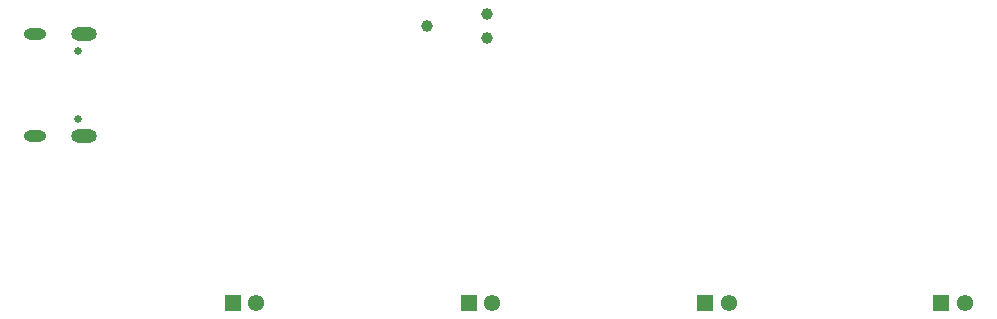
<source format=gbr>
%TF.GenerationSoftware,KiCad,Pcbnew,7.0.2*%
%TF.CreationDate,2023-06-23T11:00:41+02:00*%
%TF.ProjectId,DA_01_0V2_Smart_Battery_Charger,44415f30-315f-4305-9632-5f536d617274,rev?*%
%TF.SameCoordinates,Original*%
%TF.FileFunction,Soldermask,Bot*%
%TF.FilePolarity,Negative*%
%FSLAX46Y46*%
G04 Gerber Fmt 4.6, Leading zero omitted, Abs format (unit mm)*
G04 Created by KiCad (PCBNEW 7.0.2) date 2023-06-23 11:00:41*
%MOMM*%
%LPD*%
G01*
G04 APERTURE LIST*
G04 Aperture macros list*
%AMRoundRect*
0 Rectangle with rounded corners*
0 $1 Rounding radius*
0 $2 $3 $4 $5 $6 $7 $8 $9 X,Y pos of 4 corners*
0 Add a 4 corners polygon primitive as box body*
4,1,4,$2,$3,$4,$5,$6,$7,$8,$9,$2,$3,0*
0 Add four circle primitives for the rounded corners*
1,1,$1+$1,$2,$3*
1,1,$1+$1,$4,$5*
1,1,$1+$1,$6,$7*
1,1,$1+$1,$8,$9*
0 Add four rect primitives between the rounded corners*
20,1,$1+$1,$2,$3,$4,$5,0*
20,1,$1+$1,$4,$5,$6,$7,0*
20,1,$1+$1,$6,$7,$8,$9,0*
20,1,$1+$1,$8,$9,$2,$3,0*%
G04 Aperture macros list end*
%ADD10C,0.991000*%
%ADD11RoundRect,0.038000X-0.654000X-0.654000X0.654000X-0.654000X0.654000X0.654000X-0.654000X0.654000X0*%
%ADD12C,1.384000*%
%ADD13C,0.650000*%
%ADD14O,2.176000X1.126000*%
%ADD15O,1.876000X0.976000*%
G04 APERTURE END LIST*
D10*
%TO.C,J2*%
X135460000Y-72000000D03*
X140540000Y-70984000D03*
X140540000Y-73016000D03*
%TD*%
D11*
%TO.C,J6*%
X179000000Y-95500000D03*
D12*
X181000000Y-95500000D03*
%TD*%
D13*
%TO.C,J1*%
X105930000Y-74110000D03*
X105930000Y-79890000D03*
D14*
X106430000Y-72680000D03*
X106430000Y-81320000D03*
D15*
X102250000Y-72680000D03*
X102250000Y-81320000D03*
%TD*%
D11*
%TO.C,J4*%
X139000000Y-95500000D03*
D12*
X141000000Y-95500000D03*
%TD*%
D11*
%TO.C,J3*%
X119000000Y-95500000D03*
D12*
X121000000Y-95500000D03*
%TD*%
D11*
%TO.C,J5*%
X159000000Y-95500000D03*
D12*
X161000000Y-95500000D03*
%TD*%
M02*

</source>
